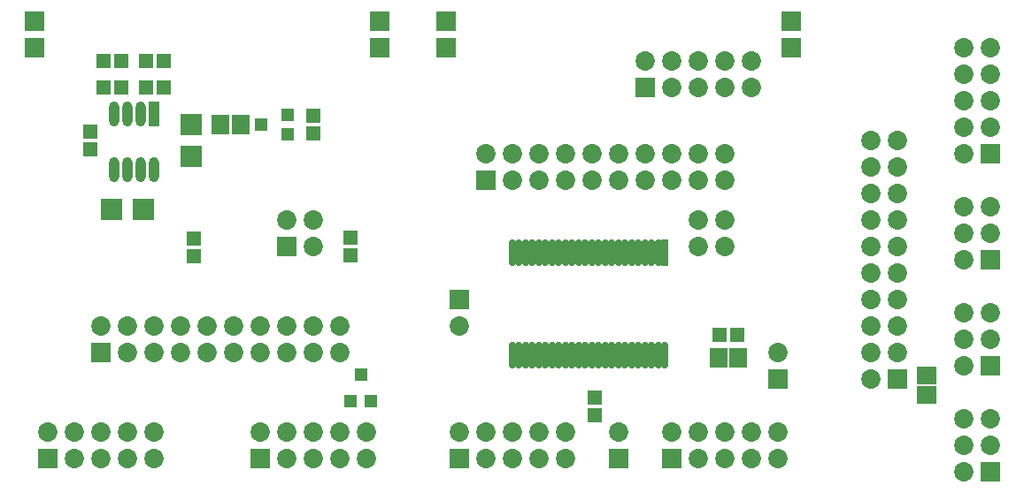
<source format=gts>
%FSLAX44Y44*%
%MOMM*%
G71*
G01*
G75*
%ADD10C,0.2540*%
%ADD11R,0.3500X2.2000*%
%ADD12R,1.5000X1.3000*%
%ADD13O,0.3500X2.2000*%
%ADD14R,1.1000X1.0000*%
%ADD15R,1.0000X1.1000*%
%ADD16R,0.9500X0.9000*%
%ADD17R,0.9000X0.9500*%
%ADD18R,1.8000X1.7000*%
%ADD19R,1.7000X1.8000*%
%ADD20O,0.6350X2.0320*%
%ADD21R,0.6350X2.0320*%
%ADD22R,1.3000X1.5000*%
%ADD23C,0.5080*%
%ADD24C,0.3810*%
%ADD25R,2.5400X4.6990*%
%ADD26C,0.8000*%
%ADD27R,1.5240X1.5240*%
%ADD28C,1.5000*%
%ADD29R,1.5000X1.5000*%
%ADD30C,1.5000*%
%ADD31C,1.0000*%
%ADD32C,1.0000*%
%ADD33R,1.2000X1.0000*%
%ADD34R,0.5500X0.3860*%
%ADD35R,0.5500X0.4860*%
%ADD36C,0.2000*%
%ADD37C,0.2032*%
%ADD38R,0.7056X2.5556*%
%ADD39R,1.8556X1.6556*%
%ADD40O,0.7056X2.5556*%
%ADD41R,1.4556X1.3556*%
%ADD42R,1.3556X1.4556*%
%ADD43R,1.3056X1.2556*%
%ADD44R,1.2556X1.3056*%
%ADD45R,2.1556X2.0556*%
%ADD46R,2.0556X2.1556*%
%ADD47O,0.9906X2.3876*%
%ADD48R,0.9906X2.3876*%
%ADD49R,1.6556X1.8556*%
%ADD50R,1.8796X1.8796*%
%ADD51C,1.8556*%
%ADD52R,1.8556X1.8556*%
%ADD53C,1.8556*%
D38*
X895350Y552450D02*
D03*
D39*
X1145540Y415950D02*
D03*
Y434950D02*
D03*
D40*
X889000Y552450D02*
D03*
X749300Y454450D02*
D03*
X755650D02*
D03*
X762000D02*
D03*
X768350D02*
D03*
X774700D02*
D03*
X781050D02*
D03*
X787400D02*
D03*
X793750D02*
D03*
X800100D02*
D03*
X806450D02*
D03*
X812800D02*
D03*
X819150D02*
D03*
X825500D02*
D03*
X831850D02*
D03*
X838200D02*
D03*
X844550D02*
D03*
X850900D02*
D03*
X857250D02*
D03*
X863600D02*
D03*
X869950D02*
D03*
X876300D02*
D03*
X882650D02*
D03*
X889000D02*
D03*
X895350D02*
D03*
X749300Y552450D02*
D03*
X755650D02*
D03*
X762000D02*
D03*
X768350D02*
D03*
X774700D02*
D03*
X781050D02*
D03*
X787400D02*
D03*
X793750D02*
D03*
X800100D02*
D03*
X806450D02*
D03*
X812800D02*
D03*
X819150D02*
D03*
X825500D02*
D03*
X831850D02*
D03*
X838200D02*
D03*
X844550D02*
D03*
X850900D02*
D03*
X857250D02*
D03*
X863600D02*
D03*
X869950D02*
D03*
X876300D02*
D03*
X882650D02*
D03*
D41*
X947810Y473710D02*
D03*
X964810D02*
D03*
X375530Y711200D02*
D03*
X358530D02*
D03*
X375530Y736600D02*
D03*
X358530D02*
D03*
X399170Y711200D02*
D03*
X416170D02*
D03*
Y736600D02*
D03*
X399170D02*
D03*
D42*
X444500Y566030D02*
D03*
Y549030D02*
D03*
X345440Y651900D02*
D03*
Y668900D02*
D03*
X594360Y567300D02*
D03*
Y550300D02*
D03*
X558800Y667140D02*
D03*
Y684140D02*
D03*
X828040Y413630D02*
D03*
Y396630D02*
D03*
D43*
X509470Y675640D02*
D03*
X534470Y666140D02*
D03*
Y685140D02*
D03*
D44*
X604520Y435410D02*
D03*
X595020Y410410D02*
D03*
X614020D02*
D03*
D45*
X441960Y645150D02*
D03*
Y675650D02*
D03*
D46*
X396250Y594360D02*
D03*
X365750D02*
D03*
D47*
X381000Y685800D02*
D03*
X368300D02*
D03*
X406400Y632460D02*
D03*
X393700D02*
D03*
X381000D02*
D03*
X368300D02*
D03*
X393700Y685800D02*
D03*
D48*
X406400D02*
D03*
D49*
X489560Y675640D02*
D03*
X470560D02*
D03*
X965810Y452120D02*
D03*
X946810D02*
D03*
D50*
X292100Y774700D02*
D03*
Y749300D02*
D03*
X622300Y774700D02*
D03*
Y749300D02*
D03*
X1016000D02*
D03*
Y774700D02*
D03*
X685800D02*
D03*
Y749300D02*
D03*
D51*
X876300Y736600D02*
D03*
X850900Y381000D02*
D03*
X977900Y736600D02*
D03*
Y711200D02*
D03*
X952500Y736600D02*
D03*
Y711200D02*
D03*
X927100Y736600D02*
D03*
Y711200D02*
D03*
X901700Y736600D02*
D03*
Y711200D02*
D03*
X1003300Y457200D02*
D03*
Y381000D02*
D03*
X800100D02*
D03*
X1003300Y355600D02*
D03*
X800100D02*
D03*
X1181100Y749300D02*
D03*
X1206500D02*
D03*
X1181100Y723900D02*
D03*
X1206500D02*
D03*
X1181100Y698500D02*
D03*
X1206500D02*
D03*
X1181100Y673100D02*
D03*
X1206500D02*
D03*
X1181100Y647700D02*
D03*
X1092200Y431800D02*
D03*
X1117600Y457200D02*
D03*
X1092200D02*
D03*
X1117600Y482600D02*
D03*
X1092200D02*
D03*
X1117600Y508000D02*
D03*
X1092200D02*
D03*
X1117600Y533400D02*
D03*
X1092200D02*
D03*
X1117600Y558800D02*
D03*
X1092200D02*
D03*
X1117600Y584200D02*
D03*
X1092200D02*
D03*
X1117600Y609600D02*
D03*
X1092200D02*
D03*
X1117600Y635000D02*
D03*
X1092200D02*
D03*
X1117600Y660400D02*
D03*
X1092200D02*
D03*
X774700Y381000D02*
D03*
Y355600D02*
D03*
X723900Y381000D02*
D03*
X698500D02*
D03*
X1206500Y495300D02*
D03*
X1181100Y596900D02*
D03*
X1206500D02*
D03*
X1181100Y571500D02*
D03*
X1206500D02*
D03*
X1181100Y546100D02*
D03*
Y393700D02*
D03*
X1206500D02*
D03*
X1181100Y368300D02*
D03*
X1206500D02*
D03*
X1181100Y342900D02*
D03*
Y495300D02*
D03*
Y469900D02*
D03*
X1206500D02*
D03*
X1181100Y444500D02*
D03*
X698500Y482600D02*
D03*
X558800Y584200D02*
D03*
Y558800D02*
D03*
X533400Y584200D02*
D03*
X355600Y482600D02*
D03*
X381000Y457200D02*
D03*
Y482600D02*
D03*
X406400Y457200D02*
D03*
Y482600D02*
D03*
X431800Y457200D02*
D03*
Y482600D02*
D03*
X457200Y457200D02*
D03*
Y482600D02*
D03*
X482600Y457200D02*
D03*
Y482600D02*
D03*
X508000Y457200D02*
D03*
Y482600D02*
D03*
X533400Y457200D02*
D03*
Y482600D02*
D03*
X558800Y457200D02*
D03*
Y482600D02*
D03*
X584200Y457200D02*
D03*
Y482600D02*
D03*
X609600Y381000D02*
D03*
Y355600D02*
D03*
X584200Y381000D02*
D03*
Y355600D02*
D03*
X558800Y381000D02*
D03*
Y355600D02*
D03*
X533400Y381000D02*
D03*
Y355600D02*
D03*
X508000Y381000D02*
D03*
X406400D02*
D03*
Y355600D02*
D03*
X381000Y381000D02*
D03*
Y355600D02*
D03*
X355600Y381000D02*
D03*
Y355600D02*
D03*
X330200Y381000D02*
D03*
Y355600D02*
D03*
X304800Y381000D02*
D03*
X723900Y355600D02*
D03*
X749300D02*
D03*
Y381000D02*
D03*
X901700D02*
D03*
X927100Y355600D02*
D03*
Y381000D02*
D03*
X952500Y355600D02*
D03*
Y381000D02*
D03*
X977900Y355600D02*
D03*
Y381000D02*
D03*
X927100Y584200D02*
D03*
X952500Y558800D02*
D03*
Y584200D02*
D03*
Y647700D02*
D03*
Y622300D02*
D03*
X927100Y647700D02*
D03*
Y622300D02*
D03*
X901700Y647700D02*
D03*
Y622300D02*
D03*
X876300Y647700D02*
D03*
Y622300D02*
D03*
X850900Y647700D02*
D03*
Y622300D02*
D03*
X825500Y647700D02*
D03*
Y622300D02*
D03*
X800100Y647700D02*
D03*
Y622300D02*
D03*
X774700Y647700D02*
D03*
Y622300D02*
D03*
X749300Y647700D02*
D03*
Y622300D02*
D03*
X723900Y647700D02*
D03*
D52*
X876300Y711200D02*
D03*
X850900Y355600D02*
D03*
X1003300Y431800D02*
D03*
X1206500Y647700D02*
D03*
X1117600Y431800D02*
D03*
X698500Y355600D02*
D03*
X1206500Y546100D02*
D03*
Y342900D02*
D03*
Y444500D02*
D03*
X698500Y508000D02*
D03*
X533400Y558800D02*
D03*
X355600Y457200D02*
D03*
X508000Y355600D02*
D03*
X304800D02*
D03*
X901700D02*
D03*
X723900Y622300D02*
D03*
D53*
X927100Y558800D02*
D03*
M02*

</source>
